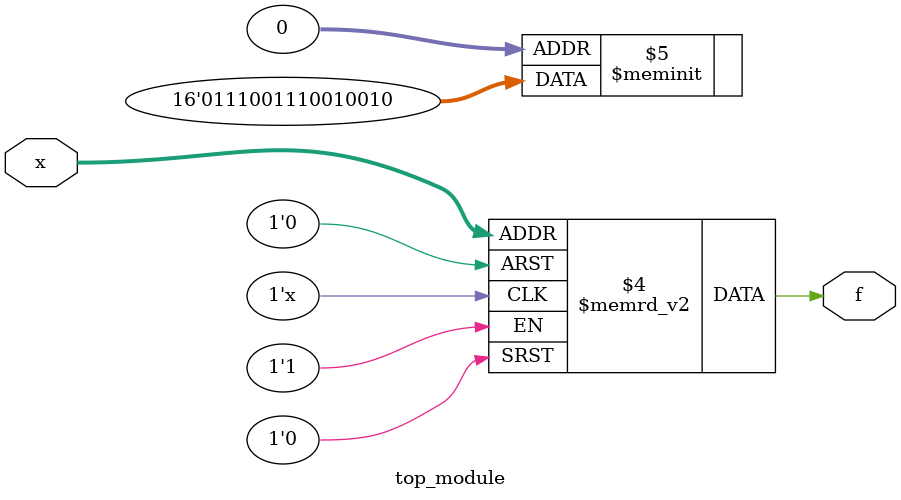
<source format=sv>
module top_module (
    input [4:1] x,
    output logic f
);

always_comb begin
    case (x)
        4'b0001, 4'b0111, 4'b1000, 4'b1001: f = 1'b1;
        4'b0010, 4'b0011, 4'b1010, 4'b1011: f = 1'b0;
        4'b0100, 4'b1100, 4'b1101, 4'b1110: f = 1'b1;
        default: f = 1'b0; // Use don't-care as 0
    endcase
end

endmodule

</source>
